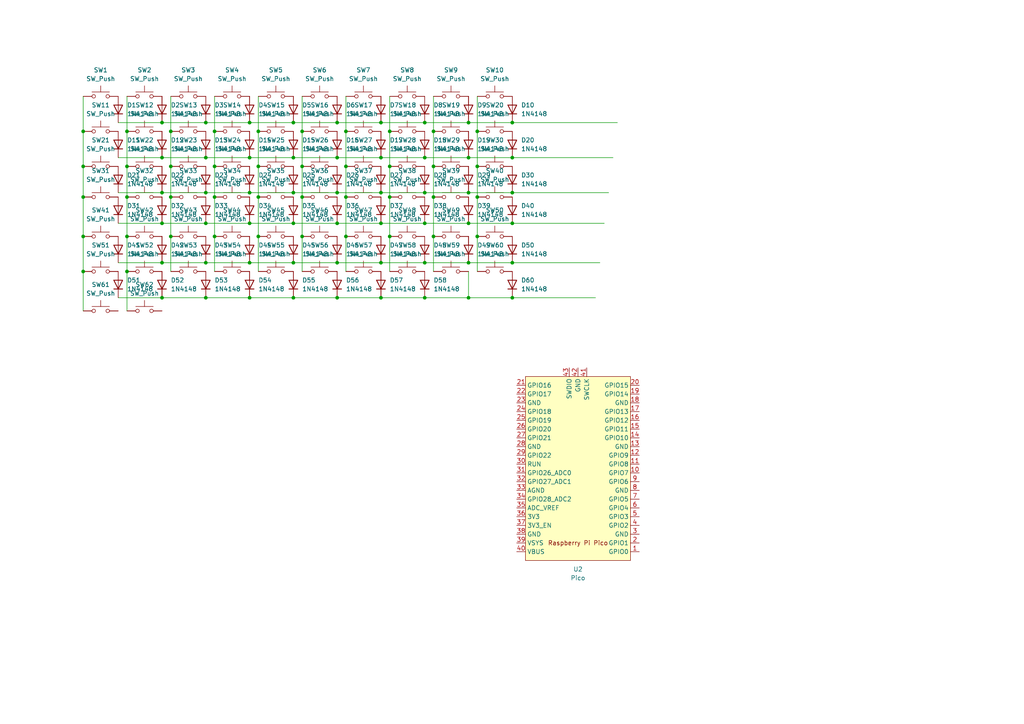
<source format=kicad_sch>
(kicad_sch (version 20250114) (generator "eeschema") (generator_version "9.0")
  (paper "A4")
  (junction (at 24.13 48.26))
  (junction (at 85.09 86.36))
  (junction (at 100.33 38.1))
  (junction (at 123.19 45.72))
  (junction (at 97.79 86.36))
  (junction (at 49.53 38.1))
  (junction (at 113.03 38.1))
  (junction (at 85.09 45.72))
  (junction (at 72.39 35.56))
  (junction (at 110.49 86.36))
  (junction (at 100.33 48.26))
  (junction (at 148.59 76.2))
  (junction (at 113.03 48.26))
  (junction (at 110.49 35.56))
  (junction (at 123.19 86.36))
  (junction (at 123.19 35.56))
  (junction (at 113.03 57.15))
  (junction (at 125.73 68.58))
  (junction (at 24.13 68.58))
  (junction (at 110.49 45.72))
  (junction (at 110.49 64.77))
  (junction (at 59.69 64.77))
  (junction (at 72.39 86.36))
  (junction (at 135.89 64.77))
  (junction (at 135.89 76.2))
  (junction (at 46.99 35.56))
  (junction (at 24.13 78.74))
  (junction (at 46.99 76.2))
  (junction (at 135.89 45.72))
  (junction (at 62.23 68.58))
  (junction (at 135.89 86.36))
  (junction (at 100.33 57.15))
  (junction (at 148.59 86.36))
  (junction (at 148.59 55.88))
  (junction (at 148.59 45.72))
  (junction (at 97.79 76.2))
  (junction (at 24.13 57.15))
  (junction (at 49.53 57.15))
  (junction (at 46.99 64.77))
  (junction (at 87.63 48.26))
  (junction (at 125.73 48.26))
  (junction (at 85.09 64.77))
  (junction (at 123.19 76.2))
  (junction (at 59.69 86.36))
  (junction (at 72.39 76.2))
  (junction (at 148.59 64.77))
  (junction (at 72.39 64.77))
  (junction (at 72.39 45.72))
  (junction (at 125.73 38.1))
  (junction (at 74.93 38.1))
  (junction (at 110.49 76.2))
  (junction (at 36.83 78.74))
  (junction (at 46.99 86.36))
  (junction (at 100.33 68.58))
  (junction (at 49.53 48.26))
  (junction (at 87.63 68.58))
  (junction (at 74.93 57.15))
  (junction (at 138.43 48.26))
  (junction (at 138.43 68.58))
  (junction (at 148.59 35.56))
  (junction (at 123.19 55.88))
  (junction (at 97.79 64.77))
  (junction (at 97.79 35.56))
  (junction (at 85.09 76.2))
  (junction (at 62.23 38.1))
  (junction (at 59.69 35.56))
  (junction (at 36.83 68.58))
  (junction (at 49.53 68.58))
  (junction (at 74.93 68.58))
  (junction (at 59.69 76.2))
  (junction (at 36.83 38.1))
  (junction (at 97.79 55.88))
  (junction (at 74.93 48.26))
  (junction (at 87.63 57.15))
  (junction (at 62.23 48.26))
  (junction (at 46.99 45.72))
  (junction (at 125.73 57.15))
  (junction (at 24.13 38.1))
  (junction (at 123.19 64.77))
  (junction (at 135.89 35.56))
  (junction (at 110.49 55.88))
  (junction (at 59.69 55.88))
  (junction (at 87.63 38.1))
  (junction (at 85.09 55.88))
  (junction (at 97.79 45.72))
  (junction (at 138.43 57.15))
  (junction (at 59.69 45.72))
  (junction (at 36.83 57.15))
  (junction (at 46.99 55.88))
  (junction (at 72.39 55.88))
  (junction (at 85.09 35.56))
  (junction (at 36.83 48.26))
  (junction (at 135.89 55.88))
  (junction (at 62.23 57.15))
  (junction (at 113.03 68.58))
  (junction (at 138.43 38.1))
  (wire (pts (xy 125.73 27.94) (xy 125.73 38.1)))
  (wire (pts (xy 36.83 27.94) (xy 36.83 38.1)))
  (wire (pts (xy 74.93 57.15) (xy 74.93 68.58)))
  (wire (pts (xy 87.63 38.1) (xy 87.63 48.26)))
  (wire (pts (xy 72.39 64.77) (xy 85.09 64.77)))
  (wire (pts (xy 24.13 27.94) (xy 24.13 38.1)))
  (wire (pts (xy 113.03 68.58) (xy 113.03 78.74)))
  (wire (pts (xy 24.13 48.26) (xy 24.13 57.15)))
  (wire (pts (xy 46.99 45.72) (xy 59.69 45.72)))
  (wire (pts (xy 85.09 64.77) (xy 97.79 64.77)))
  (wire (pts (xy 97.79 76.2) (xy 110.49 76.2)))
  (wire (pts (xy 100.33 48.26) (xy 100.33 57.15)))
  (wire (pts (xy 62.23 57.15) (xy 62.23 68.58)))
  (wire (pts (xy 62.23 27.94) (xy 62.23 38.1)))
  (wire (pts (xy 110.49 86.36) (xy 123.19 86.36)))
  (wire (pts (xy 34.29 55.88) (xy 46.99 55.88)))
  (wire (pts (xy 49.53 68.58) (xy 49.53 78.74)))
  (wire (pts (xy 46.99 55.88) (xy 59.69 55.88)))
  (wire (pts (xy 85.09 86.36) (xy 97.79 86.36)))
  (wire (pts (xy 97.79 45.72) (xy 110.49 45.72)))
  (wire (pts (xy 72.39 35.56) (xy 85.09 35.56)))
  (wire (pts (xy 138.43 57.15) (xy 138.43 68.58)))
  (wire (pts (xy 135.89 55.88) (xy 148.59 55.88)))
  (wire (pts (xy 62.23 48.26) (xy 62.23 57.15)))
  (wire (pts (xy 123.19 55.88) (xy 135.89 55.88)))
  (wire (pts (xy 72.39 76.2) (xy 85.09 76.2)))
  (wire (pts (xy 59.69 86.36) (xy 72.39 86.36)))
  (wire (pts (xy 110.49 45.72) (xy 123.19 45.72)))
  (wire (pts (xy 72.39 45.72) (xy 85.09 45.72)))
  (wire (pts (xy 36.83 68.58) (xy 36.83 78.74)))
  (wire (pts (xy 138.43 27.94) (xy 138.43 38.1)))
  (wire (pts (xy 97.79 55.88) (xy 110.49 55.88)))
  (wire (pts (xy 59.69 76.2) (xy 72.39 76.2)))
  (wire (pts (xy 59.69 35.56) (xy 72.39 35.56)))
  (wire (pts (xy 87.63 68.58) (xy 87.63 78.74)))
  (wire (pts (xy 74.93 68.58) (xy 74.93 78.74)))
  (wire (pts (xy 148.59 76.2) (xy 173.99 76.2)))
  (wire (pts (xy 24.13 68.58) (xy 24.13 78.74)))
  (wire (pts (xy 148.59 64.77) (xy 175.26 64.77)))
  (wire (pts (xy 49.53 48.26) (xy 49.53 57.15)))
  (wire (pts (xy 62.23 68.58) (xy 62.23 78.74)))
  (wire (pts (xy 87.63 57.15) (xy 87.63 68.58)))
  (wire (pts (xy 62.23 38.1) (xy 62.23 48.26)))
  (wire (pts (xy 138.43 68.58) (xy 138.43 78.74)))
  (wire (pts (xy 125.73 68.58) (xy 125.73 78.74)))
  (wire (pts (xy 123.19 45.72) (xy 135.89 45.72)))
  (wire (pts (xy 135.89 86.36) (xy 148.59 86.36)))
  (wire (pts (xy 138.43 38.1) (xy 138.43 48.26)))
  (wire (pts (xy 123.19 86.36) (xy 135.89 86.36)))
  (wire (pts (xy 85.09 35.56) (xy 97.79 35.56)))
  (wire (pts (xy 49.53 57.15) (xy 49.53 68.58)))
  (wire (pts (xy 135.89 64.77) (xy 148.59 64.77)))
  (wire (pts (xy 100.33 27.94) (xy 100.33 38.1)))
  (wire (pts (xy 110.49 55.88) (xy 123.19 55.88)))
  (wire (pts (xy 135.89 86.36) (xy 135.89 78.74)))
  (wire (pts (xy 46.99 86.36) (xy 59.69 86.36)))
  (wire (pts (xy 100.33 57.15) (xy 100.33 68.58)))
  (wire (pts (xy 87.63 48.26) (xy 87.63 57.15)))
  (wire (pts (xy 49.53 38.1) (xy 49.53 48.26)))
  (wire (pts (xy 123.19 76.2) (xy 135.89 76.2)))
  (wire (pts (xy 148.59 55.88) (xy 176.53 55.88)))
  (wire (pts (xy 97.79 35.56) (xy 110.49 35.56)))
  (wire (pts (xy 59.69 45.72) (xy 72.39 45.72)))
  (wire (pts (xy 59.69 64.77) (xy 72.39 64.77)))
  (wire (pts (xy 74.93 27.94) (xy 74.93 38.1)))
  (wire (pts (xy 97.79 64.77) (xy 110.49 64.77)))
  (wire (pts (xy 34.29 35.56) (xy 46.99 35.56)))
  (wire (pts (xy 24.13 38.1) (xy 24.13 48.26)))
  (wire (pts (xy 100.33 68.58) (xy 100.33 78.74)))
  (wire (pts (xy 36.83 78.74) (xy 36.83 90.17)))
  (wire (pts (xy 113.03 38.1) (xy 113.03 48.26)))
  (wire (pts (xy 125.73 38.1) (xy 125.73 48.26)))
  (wire (pts (xy 148.59 86.36) (xy 172.72 86.36)))
  (wire (pts (xy 36.83 57.15) (xy 36.83 68.58)))
  (wire (pts (xy 46.99 35.56) (xy 59.69 35.56)))
  (wire (pts (xy 49.53 27.94) (xy 49.53 38.1)))
  (wire (pts (xy 85.09 76.2) (xy 97.79 76.2)))
  (wire (pts (xy 34.29 64.77) (xy 46.99 64.77)))
  (wire (pts (xy 36.83 48.26) (xy 36.83 57.15)))
  (wire (pts (xy 125.73 57.15) (xy 125.73 68.58)))
  (wire (pts (xy 113.03 57.15) (xy 113.03 68.58)))
  (wire (pts (xy 74.93 38.1) (xy 74.93 48.26)))
  (wire (pts (xy 110.49 64.77) (xy 123.19 64.77)))
  (wire (pts (xy 24.13 78.74) (xy 24.13 90.17)))
  (wire (pts (xy 97.79 86.36) (xy 110.49 86.36)))
  (wire (pts (xy 113.03 48.26) (xy 113.03 57.15)))
  (wire (pts (xy 125.73 48.26) (xy 125.73 57.15)))
  (wire (pts (xy 46.99 76.2) (xy 59.69 76.2)))
  (wire (pts (xy 135.89 76.2) (xy 148.59 76.2)))
  (wire (pts (xy 34.29 86.36) (xy 46.99 86.36)))
  (wire (pts (xy 36.83 38.1) (xy 36.83 48.26)))
  (wire (pts (xy 113.03 27.94) (xy 113.03 38.1)))
  (wire (pts (xy 72.39 86.36) (xy 85.09 86.36)))
  (wire (pts (xy 85.09 45.72) (xy 97.79 45.72)))
  (wire (pts (xy 135.89 35.56) (xy 148.59 35.56)))
  (wire (pts (xy 110.49 35.56) (xy 123.19 35.56)))
  (wire (pts (xy 148.59 45.72) (xy 177.8 45.72)))
  (wire (pts (xy 123.19 64.77) (xy 135.89 64.77)))
  (wire (pts (xy 34.29 45.72) (xy 46.99 45.72)))
  (wire (pts (xy 24.13 57.15) (xy 24.13 68.58)))
  (wire (pts (xy 100.33 38.1) (xy 100.33 48.26)))
  (wire (pts (xy 135.89 45.72) (xy 148.59 45.72)))
  (wire (pts (xy 123.19 35.56) (xy 135.89 35.56)))
  (wire (pts (xy 34.29 76.2) (xy 46.99 76.2)))
  (wire (pts (xy 85.09 55.88) (xy 97.79 55.88)))
  (wire (pts (xy 87.63 27.94) (xy 87.63 38.1)))
  (wire (pts (xy 72.39 55.88) (xy 85.09 55.88)))
  (wire (pts (xy 59.69 55.88) (xy 72.39 55.88)))
  (wire (pts (xy 148.59 35.56) (xy 179.07 35.56)))
  (wire (pts (xy 46.99 64.77) (xy 59.69 64.77)))
  (wire (pts (xy 74.93 48.26) (xy 74.93 57.15)))
  (wire (pts (xy 138.43 48.26) (xy 138.43 57.15)))
  (wire (pts (xy 110.49 76.2) (xy 123.19 76.2)))
  (symbol (lib_id "Diode:1N4148") (at 123.19 41.91 90) (unit 1)
    (property "Reference" "D18" (at 125.73 40.6399 90) (effects (justify right)))
    (property "Value" "1N4148" (at 125.73 43.1799 90) (effects (justify right)))
    (property "Footprint" "Diode_THT:D_DO-35_SOD27_P7.62mm_Horizontal" (effects (hide yes)))
    (property "Datasheet" "https://assets.nexperia.com/documents/data-sheet/1N4148_1N4448.pdf" (effects (hide yes)))
    (property "Description" "100V 0.15A standard switching diode, DO-35" (effects (hide yes)))
    (property "Sim.Device" "D" (effects (hide yes)))
    (property "Sim.Pins" "1=K 2=A" (effects (hide yes)))
  )
  (symbol (lib_id "Diode:1N4148") (at 135.89 52.07 90) (unit 1)
    (property "Reference" "D29" (at 138.43 50.7999 90) (effects (justify right)))
    (property "Value" "1N4148" (at 138.43 53.3399 90) (effects (justify right)))
    (property "Footprint" "Diode_THT:D_DO-35_SOD27_P7.62mm_Horizontal" (effects (hide yes)))
    (property "Datasheet" "https://assets.nexperia.com/documents/data-sheet/1N4148_1N4448.pdf" (effects (hide yes)))
    (property "Description" "100V 0.15A standard switching diode, DO-35" (effects (hide yes)))
    (property "Sim.Device" "D" (effects (hide yes)))
    (property "Sim.Pins" "1=K 2=A" (effects (hide yes)))
  )
  (symbol (lib_id "Switch:SW_Push") (at 54.61 38.1 0) (unit 1)
    (property "Reference" "SW13" (at 54.61 30.48 0))
    (property "Value" "SW_Push" (at 54.61 33.02 0))
    (property "Footprint" "Button_Switch_Keyboard:SW_Cherry_MX_1.00u_PCB" (effects (hide yes)))
    (property "Description" "Push button switch, generic, two pins" (effects (hide yes)))
  )
  (symbol (lib_id "Diode:1N4148") (at 59.69 31.75 90) (unit 1)
    (property "Reference" "D3" (at 62.23 30.4799 90) (effects (justify right)))
    (property "Value" "1N4148" (at 62.23 33.0199 90) (effects (justify right)))
    (property "Footprint" "Diode_THT:D_DO-35_SOD27_P7.62mm_Horizontal" (effects (hide yes)))
    (property "Datasheet" "https://assets.nexperia.com/documents/data-sheet/1N4148_1N4448.pdf" (effects (hide yes)))
    (property "Description" "100V 0.15A standard switching diode, DO-35" (effects (hide yes)))
    (property "Sim.Device" "D" (effects (hide yes)))
    (property "Sim.Pins" "1=K 2=A" (effects (hide yes)))
  )
  (symbol (lib_id "Diode:1N4148") (at 85.09 41.91 90) (unit 1)
    (property "Reference" "D15" (at 87.63 40.6399 90) (effects (justify right)))
    (property "Value" "1N4148" (at 87.63 43.1799 90) (effects (justify right)))
    (property "Footprint" "Diode_THT:D_DO-35_SOD27_P7.62mm_Horizontal" (effects (hide yes)))
    (property "Datasheet" "https://assets.nexperia.com/documents/data-sheet/1N4148_1N4448.pdf" (effects (hide yes)))
    (property "Description" "100V 0.15A standard switching diode, DO-35" (effects (hide yes)))
    (property "Sim.Device" "D" (effects (hide yes)))
    (property "Sim.Pins" "1=K 2=A" (effects (hide yes)))
  )
  (symbol (lib_id "Switch:SW_Push") (at 80.01 38.1 0) (unit 1)
    (property "Reference" "SW15" (at 80.01 30.48 0))
    (property "Value" "SW_Push" (at 80.01 33.02 0))
    (property "Footprint" "Button_Switch_Keyboard:SW_Cherry_MX_1.00u_PCB" (effects (hide yes)))
    (property "Description" "Push button switch, generic, two pins" (effects (hide yes)))
  )
  (symbol (lib_id "Switch:SW_Push") (at 143.51 38.1 0) (unit 1)
    (property "Reference" "SW20" (at 143.51 30.48 0))
    (property "Value" "SW_Push" (at 143.51 33.02 0))
    (property "Footprint" "Button_Switch_Keyboard:SW_Cherry_MX_1.00u_PCB" (effects (hide yes)))
    (property "Description" "Push button switch, generic, two pins" (effects (hide yes)))
  )
  (symbol (lib_id "Diode:1N4148") (at 59.69 60.96 90) (unit 1)
    (property "Reference" "D33" (at 62.23 59.6899 90) (effects (justify right)))
    (property "Value" "1N4148" (at 62.23 62.2299 90) (effects (justify right)))
    (property "Footprint" "Diode_THT:D_DO-35_SOD27_P7.62mm_Horizontal" (effects (hide yes)))
    (property "Datasheet" "https://assets.nexperia.com/documents/data-sheet/1N4148_1N4448.pdf" (effects (hide yes)))
    (property "Description" "100V 0.15A standard switching diode, DO-35" (effects (hide yes)))
    (property "Sim.Device" "D" (effects (hide yes)))
    (property "Sim.Pins" "1=K 2=A" (effects (hide yes)))
  )
  (symbol (lib_id "Switch:SW_Push") (at 118.11 78.74 0) (unit 1)
    (property "Reference" "SW58" (at 118.11 71.12 0))
    (property "Value" "SW_Push" (at 118.11 73.66 0))
    (property "Footprint" "Button_Switch_Keyboard:SW_Cherry_MX_1.00u_PCB" (effects (hide yes)))
    (property "Description" "Push button switch, generic, two pins" (effects (hide yes)))
  )
  (symbol (lib_id "Diode:1N4148") (at 148.59 60.96 90) (unit 1)
    (property "Reference" "D40" (at 151.13 59.6899 90) (effects (justify right)))
    (property "Value" "1N4148" (at 151.13 62.2299 90) (effects (justify right)))
    (property "Footprint" "Diode_THT:D_DO-35_SOD27_P7.62mm_Horizontal" (effects (hide yes)))
    (property "Datasheet" "https://assets.nexperia.com/documents/data-sheet/1N4148_1N4448.pdf" (effects (hide yes)))
    (property "Description" "100V 0.15A standard switching diode, DO-35" (effects (hide yes)))
    (property "Sim.Device" "D" (effects (hide yes)))
    (property "Sim.Pins" "1=K 2=A" (effects (hide yes)))
  )
  (symbol (lib_id "Diode:1N4148") (at 97.79 31.75 90) (unit 1)
    (property "Reference" "D6" (at 100.33 30.4799 90) (effects (justify right)))
    (property "Value" "1N4148" (at 100.33 33.0199 90) (effects (justify right)))
    (property "Footprint" "Diode_THT:D_DO-35_SOD27_P7.62mm_Horizontal" (effects (hide yes)))
    (property "Datasheet" "https://assets.nexperia.com/documents/data-sheet/1N4148_1N4448.pdf" (effects (hide yes)))
    (property "Description" "100V 0.15A standard switching diode, DO-35" (effects (hide yes)))
    (property "Sim.Device" "D" (effects (hide yes)))
    (property "Sim.Pins" "1=K 2=A" (effects (hide yes)))
  )
  (symbol (lib_id "Switch:SW_Push") (at 29.21 57.15 0) (unit 1)
    (property "Reference" "SW31" (at 29.21 49.53 0))
    (property "Value" "SW_Push" (at 29.21 52.07 0))
    (property "Footprint" "Button_Switch_Keyboard:SW_Cherry_MX_1.00u_PCB" (effects (hide yes)))
    (property "Description" "Push button switch, generic, two pins" (effects (hide yes)))
  )
  (symbol (lib_id "Diode:1N4148") (at 59.69 72.39 90) (unit 1)
    (property "Reference" "D43" (at 62.23 71.1199 90) (effects (justify right)))
    (property "Value" "1N4148" (at 62.23 73.6599 90) (effects (justify right)))
    (property "Footprint" "Diode_THT:D_DO-35_SOD27_P7.62mm_Horizontal" (effects (hide yes)))
    (property "Datasheet" "https://assets.nexperia.com/documents/data-sheet/1N4148_1N4448.pdf" (effects (hide yes)))
    (property "Description" "100V 0.15A standard switching diode, DO-35" (effects (hide yes)))
    (property "Sim.Device" "D" (effects (hide yes)))
    (property "Sim.Pins" "1=K 2=A" (effects (hide yes)))
  )
  (symbol (lib_id "Switch:SW_Push") (at 41.91 57.15 0) (unit 1)
    (property "Reference" "SW32" (at 41.91 49.53 0))
    (property "Value" "SW_Push" (at 41.91 52.07 0))
    (property "Footprint" "Button_Switch_Keyboard:SW_Cherry_MX_1.00u_PCB" (effects (hide yes)))
    (property "Description" "Push button switch, generic, two pins" (effects (hide yes)))
  )
  (symbol (lib_id "Switch:SW_Push") (at 118.11 48.26 0) (unit 1)
    (property "Reference" "SW28" (at 118.11 40.64 0))
    (property "Value" "SW_Push" (at 118.11 43.18 0))
    (property "Footprint" "Button_Switch_Keyboard:SW_Cherry_MX_1.00u_PCB" (effects (hide yes)))
    (property "Description" "Push button switch, generic, two pins" (effects (hide yes)))
  )
  (symbol (lib_id "Diode:1N4148") (at 135.89 41.91 90) (unit 1)
    (property "Reference" "D19" (at 138.43 40.6399 90) (effects (justify right)))
    (property "Value" "1N4148" (at 138.43 43.1799 90) (effects (justify right)))
    (property "Footprint" "Diode_THT:D_DO-35_SOD27_P7.62mm_Horizontal" (effects (hide yes)))
    (property "Datasheet" "https://assets.nexperia.com/documents/data-sheet/1N4148_1N4448.pdf" (effects (hide yes)))
    (property "Description" "100V 0.15A standard switching diode, DO-35" (effects (hide yes)))
    (property "Sim.Device" "D" (effects (hide yes)))
    (property "Sim.Pins" "1=K 2=A" (effects (hide yes)))
  )
  (symbol (lib_id "Switch:SW_Push") (at 41.91 48.26 0) (unit 1)
    (property "Reference" "SW22" (at 41.91 40.64 0))
    (property "Value" "SW_Push" (at 41.91 43.18 0))
    (property "Footprint" "Button_Switch_Keyboard:SW_Cherry_MX_1.00u_PCB" (effects (hide yes)))
    (property "Description" "Push button switch, generic, two pins" (effects (hide yes)))
  )
  (symbol (lib_id "Switch:SW_Push") (at 41.91 27.94 0) (unit 1)
    (property "Reference" "SW2" (at 41.91 20.32 0))
    (property "Value" "SW_Push" (at 41.91 22.86 0))
    (property "Footprint" "Button_Switch_Keyboard:SW_Cherry_MX_1.00u_PCB" (effects (hide yes)))
    (property "Description" "Push button switch, generic, two pins" (effects (hide yes)))
  )
  (symbol (lib_id "Diode:1N4148") (at 59.69 82.55 90) (unit 1)
    (property "Reference" "D53" (at 62.23 81.2799 90) (effects (justify right)))
    (property "Value" "1N4148" (at 62.23 83.8199 90) (effects (justify right)))
    (property "Footprint" "Diode_THT:D_DO-35_SOD27_P7.62mm_Horizontal" (effects (hide yes)))
    (property "Datasheet" "https://assets.nexperia.com/documents/data-sheet/1N4148_1N4448.pdf" (effects (hide yes)))
    (property "Description" "100V 0.15A standard switching diode, DO-35" (effects (hide yes)))
    (property "Sim.Device" "D" (effects (hide yes)))
    (property "Sim.Pins" "1=K 2=A" (effects (hide yes)))
  )
  (symbol (lib_id "Switch:SW_Push") (at 80.01 48.26 0) (unit 1)
    (property "Reference" "SW25" (at 80.01 40.64 0))
    (property "Value" "SW_Push" (at 80.01 43.18 0))
    (property "Footprint" "Button_Switch_Keyboard:SW_Cherry_MX_1.00u_PCB" (effects (hide yes)))
    (property "Description" "Push button switch, generic, two pins" (effects (hide yes)))
  )
  (symbol (lib_id "Switch:SW_Push") (at 67.31 78.74 0) (unit 1)
    (property "Reference" "SW54" (at 67.31 71.12 0))
    (property "Value" "SW_Push" (at 67.31 73.66 0))
    (property "Footprint" "Button_Switch_Keyboard:SW_Cherry_MX_1.00u_PCB" (effects (hide yes)))
    (property "Description" "Push button switch, generic, two pins" (effects (hide yes)))
  )
  (symbol (lib_id "Switch:SW_Push") (at 118.11 68.58 0) (unit 1)
    (property "Reference" "SW48" (at 118.11 60.96 0))
    (property "Value" "SW_Push" (at 118.11 63.5 0))
    (property "Footprint" "Button_Switch_Keyboard:SW_Cherry_MX_1.00u_PCB" (effects (hide yes)))
    (property "Description" "Push button switch, generic, two pins" (effects (hide yes)))
  )
  (symbol (lib_id "Switch:SW_Push") (at 105.41 27.94 0) (unit 1)
    (property "Reference" "SW7" (at 105.41 20.32 0))
    (property "Value" "SW_Push" (at 105.41 22.86 0))
    (property "Footprint" "Button_Switch_Keyboard:SW_Cherry_MX_1.00u_PCB" (effects (hide yes)))
    (property "Description" "Push button switch, generic, two pins" (effects (hide yes)))
  )
  (symbol (lib_id "Diode:1N4148") (at 135.89 31.75 90) (unit 1)
    (property "Reference" "D9" (at 138.43 30.4799 90) (effects (justify right)))
    (property "Value" "1N4148" (at 138.43 33.0199 90) (effects (justify right)))
    (property "Footprint" "Diode_THT:D_DO-35_SOD27_P7.62mm_Horizontal" (effects (hide yes)))
    (property "Datasheet" "https://assets.nexperia.com/documents/data-sheet/1N4148_1N4448.pdf" (effects (hide yes)))
    (property "Description" "100V 0.15A standard switching diode, DO-35" (effects (hide yes)))
    (property "Sim.Device" "D" (effects (hide yes)))
    (property "Sim.Pins" "1=K 2=A" (effects (hide yes)))
  )
  (symbol (lib_id "Diode:1N4148") (at 135.89 72.39 90) (unit 1)
    (property "Reference" "D49" (at 138.43 71.1199 90) (effects (justify right)))
    (property "Value" "1N4148" (at 138.43 73.6599 90) (effects (justify right)))
    (property "Footprint" "Diode_THT:D_DO-35_SOD27_P7.62mm_Horizontal" (effects (hide yes)))
    (property "Datasheet" "https://assets.nexperia.com/documents/data-sheet/1N4148_1N4448.pdf" (effects (hide yes)))
    (property "Description" "100V 0.15A standard switching diode, DO-35" (effects (hide yes)))
    (property "Sim.Device" "D" (effects (hide yes)))
    (property "Sim.Pins" "1=K 2=A" (effects (hide yes)))
  )
  (symbol (lib_id "Switch:SW_Push") (at 67.31 27.94 0) (unit 1)
    (property "Reference" "SW4" (at 67.31 20.32 0))
    (property "Value" "SW_Push" (at 67.31 22.86 0))
    (property "Footprint" "Button_Switch_Keyboard:SW_Cherry_MX_1.00u_PCB" (effects (hide yes)))
    (property "Description" "Push button switch, generic, two pins" (effects (hide yes)))
  )
  (symbol (lib_id "Diode:1N4148") (at 110.49 31.75 90) (unit 1)
    (property "Reference" "D7" (at 113.03 30.4799 90) (effects (justify right)))
    (property "Value" "1N4148" (at 113.03 33.0199 90) (effects (justify right)))
    (property "Footprint" "Diode_THT:D_DO-35_SOD27_P7.62mm_Horizontal" (effects (hide yes)))
    (property "Datasheet" "https://assets.nexperia.com/documents/data-sheet/1N4148_1N4448.pdf" (effects (hide yes)))
    (property "Description" "100V 0.15A standard switching diode, DO-35" (effects (hide yes)))
    (property "Sim.Device" "D" (effects (hide yes)))
    (property "Sim.Pins" "1=K 2=A" (effects (hide yes)))
  )
  (symbol (lib_id "Diode:1N4148") (at 97.79 82.55 90) (unit 1)
    (property "Reference" "D56" (at 100.33 81.2799 90) (effects (justify right)))
    (property "Value" "1N4148" (at 100.33 83.8199 90) (effects (justify right)))
    (property "Footprint" "Diode_THT:D_DO-35_SOD27_P7.62mm_Horizontal" (effects (hide yes)))
    (property "Datasheet" "https://assets.nexperia.com/documents/data-sheet/1N4148_1N4448.pdf" (effects (hide yes)))
    (property "Description" "100V 0.15A standard switching diode, DO-35" (effects (hide yes)))
    (property "Sim.Device" "D" (effects (hide yes)))
    (property "Sim.Pins" "1=K 2=A" (effects (hide yes)))
  )
  (symbol (lib_id "Diode:1N4148") (at 123.19 60.96 90) (unit 1)
    (property "Reference" "D38" (at 125.73 59.6899 90) (effects (justify right)))
    (property "Value" "1N4148" (at 125.73 62.2299 90) (effects (justify right)))
    (property "Footprint" "Diode_THT:D_DO-35_SOD27_P7.62mm_Horizontal" (effects (hide yes)))
    (property "Datasheet" "https://assets.nexperia.com/documents/data-sheet/1N4148_1N4448.pdf" (effects (hide yes)))
    (property "Description" "100V 0.15A standard switching diode, DO-35" (effects (hide yes)))
    (property "Sim.Device" "D" (effects (hide yes)))
    (property "Sim.Pins" "1=K 2=A" (effects (hide yes)))
  )
  (symbol (lib_id "Diode:1N4148") (at 46.99 41.91 90) (unit 1)
    (property "Reference" "D12" (at 49.53 40.6399 90) (effects (justify right)))
    (property "Value" "1N4148" (at 49.53 43.1799 90) (effects (justify right)))
    (property "Footprint" "Diode_THT:D_DO-35_SOD27_P7.62mm_Horizontal" (effects (hide yes)))
    (property "Datasheet" "https://assets.nexperia.com/documents/data-sheet/1N4148_1N4448.pdf" (effects (hide yes)))
    (property "Description" "100V 0.15A standard switching diode, DO-35" (effects (hide yes)))
    (property "Sim.Device" "D" (effects (hide yes)))
    (property "Sim.Pins" "1=K 2=A" (effects (hide yes)))
  )
  (symbol (lib_id "Switch:SW_Push") (at 105.41 78.74 0) (unit 1)
    (property "Reference" "SW57" (at 105.41 71.12 0))
    (property "Value" "SW_Push" (at 105.41 73.66 0))
    (property "Footprint" "Button_Switch_Keyboard:SW_Cherry_MX_1.00u_PCB" (effects (hide yes)))
    (property "Description" "Push button switch, generic, two pins" (effects (hide yes)))
  )
  (symbol (lib_id "Diode:1N4148") (at 46.99 60.96 90) (unit 1)
    (property "Reference" "D32" (at 49.53 59.6899 90) (effects (justify right)))
    (property "Value" "1N4148" (at 49.53 62.2299 90) (effects (justify right)))
    (property "Footprint" "Diode_THT:D_DO-35_SOD27_P7.62mm_Horizontal" (effects (hide yes)))
    (property "Datasheet" "https://assets.nexperia.com/documents/data-sheet/1N4148_1N4448.pdf" (effects (hide yes)))
    (property "Description" "100V 0.15A standard switching diode, DO-35" (effects (hide yes)))
    (property "Sim.Device" "D" (effects (hide yes)))
    (property "Sim.Pins" "1=K 2=A" (effects (hide yes)))
  )
  (symbol (lib_id "Diode:1N4148") (at 148.59 41.91 90) (unit 1)
    (property "Reference" "D20" (at 151.13 40.6399 90) (effects (justify right)))
    (property "Value" "1N4148" (at 151.13 43.1799 90) (effects (justify right)))
    (property "Footprint" "Diode_THT:D_DO-35_SOD27_P7.62mm_Horizontal" (effects (hide yes)))
    (property "Datasheet" "https://assets.nexperia.com/documents/data-sheet/1N4148_1N4448.pdf" (effects (hide yes)))
    (property "Description" "100V 0.15A standard switching diode, DO-35" (effects (hide yes)))
    (property "Sim.Device" "D" (effects (hide yes)))
    (property "Sim.Pins" "1=K 2=A" (effects (hide yes)))
  )
  (symbol (lib_id "Diode:1N4148") (at 72.39 41.91 90) (unit 1)
    (property "Reference" "D14" (at 74.93 40.6399 90) (effects (justify right)))
    (property "Value" "1N4148" (at 74.93 43.1799 90) (effects (justify right)))
    (property "Footprint" "Diode_THT:D_DO-35_SOD27_P7.62mm_Horizontal" (effects (hide yes)))
    (property "Datasheet" "https://assets.nexperia.com/documents/data-sheet/1N4148_1N4448.pdf" (effects (hide yes)))
    (property "Description" "100V 0.15A standard switching diode, DO-35" (effects (hide yes)))
    (property "Sim.Device" "D" (effects (hide yes)))
    (property "Sim.Pins" "1=K 2=A" (effects (hide yes)))
  )
  (symbol (lib_id "Switch:SW_Push") (at 143.51 57.15 0) (unit 1)
    (property "Reference" "SW40" (at 143.51 49.53 0))
    (property "Value" "SW_Push" (at 143.51 52.07 0))
    (property "Footprint" "Button_Switch_Keyboard:SW_Cherry_MX_1.00u_PCB" (effects (hide yes)))
    (property "Description" "Push button switch, generic, two pins" (effects (hide yes)))
  )
  (symbol (lib_id "Switch:SW_Push") (at 41.91 78.74 0) (unit 1)
    (property "Reference" "SW52" (at 41.91 71.12 0))
    (property "Value" "SW_Push" (at 41.91 73.66 0))
    (property "Footprint" "Button_Switch_Keyboard:SW_Cherry_MX_1.00u_PCB" (effects (hide yes)))
    (property "Description" "Push button switch, generic, two pins" (effects (hide yes)))
  )
  (symbol (lib_id "Diode:1N4148") (at 123.19 82.55 90) (unit 1)
    (property "Reference" "D58" (at 125.73 81.2799 90) (effects (justify right)))
    (property "Value" "1N4148" (at 125.73 83.8199 90) (effects (justify right)))
    (property "Footprint" "Diode_THT:D_DO-35_SOD27_P7.62mm_Horizontal" (effects (hide yes)))
    (property "Datasheet" "https://assets.nexperia.com/documents/data-sheet/1N4148_1N4448.pdf" (effects (hide yes)))
    (property "Description" "100V 0.15A standard switching diode, DO-35" (effects (hide yes)))
    (property "Sim.Device" "D" (effects (hide yes)))
    (property "Sim.Pins" "1=K 2=A" (effects (hide yes)))
  )
  (symbol (lib_id "Diode:1N4148") (at 85.09 52.07 90) (unit 1)
    (property "Reference" "D25" (at 87.63 50.7999 90) (effects (justify right)))
    (property "Value" "1N4148" (at 87.63 53.3399 90) (effects (justify right)))
    (property "Footprint" "Diode_THT:D_DO-35_SOD27_P7.62mm_Horizontal" (effects (hide yes)))
    (property "Datasheet" "https://assets.nexperia.com/documents/data-sheet/1N4148_1N4448.pdf" (effects (hide yes)))
    (property "Description" "100V 0.15A standard switching diode, DO-35" (effects (hide yes)))
    (property "Sim.Device" "D" (effects (hide yes)))
    (property "Sim.Pins" "1=K 2=A" (effects (hide yes)))
  )
  (symbol (lib_id "Switch:SW_Push") (at 130.81 48.26 0) (unit 1)
    (property "Reference" "SW29" (at 130.81 40.64 0))
    (property "Value" "SW_Push" (at 130.81 43.18 0))
    (property "Footprint" "Button_Switch_Keyboard:SW_Cherry_MX_1.00u_PCB" (effects (hide yes)))
    (property "Description" "Push button switch, generic, two pins" (effects (hide yes)))
  )
  (symbol (lib_id "Switch:SW_Push") (at 92.71 78.74 0) (unit 1)
    (property "Reference" "SW56" (at 92.71 71.12 0))
    (property "Value" "SW_Push" (at 92.71 73.66 0))
    (property "Footprint" "Button_Switch_Keyboard:SW_Cherry_MX_1.00u_PCB" (effects (hide yes)))
    (property "Description" "Push button switch, generic, two pins" (effects (hide yes)))
  )
  (symbol (lib_id "Diode:1N4148") (at 97.79 60.96 90) (unit 1)
    (property "Reference" "D36" (at 100.33 59.6899 90) (effects (justify right)))
    (property "Value" "1N4148" (at 100.33 62.2299 90) (effects (justify right)))
    (property "Footprint" "Diode_THT:D_DO-35_SOD27_P7.62mm_Horizontal" (effects (hide yes)))
    (property "Datasheet" "https://assets.nexperia.com/documents/data-sheet/1N4148_1N4448.pdf" (effects (hide yes)))
    (property "Description" "100V 0.15A standard switching diode, DO-35" (effects (hide yes)))
    (property "Sim.Device" "D" (effects (hide yes)))
    (property "Sim.Pins" "1=K 2=A" (effects (hide yes)))
  )
  (symbol (lib_id "Switch:SW_Push") (at 118.11 38.1 0) (unit 1)
    (property "Reference" "SW18" (at 118.11 30.48 0))
    (property "Value" "SW_Push" (at 118.11 33.02 0))
    (property "Footprint" "Button_Switch_Keyboard:SW_Cherry_MX_1.00u_PCB" (effects (hide yes)))
    (property "Description" "Push button switch, generic, two pins" (effects (hide yes)))
  )
  (symbol (lib_id "Switch:SW_Push") (at 143.51 68.58 0) (unit 1)
    (property "Reference" "SW50" (at 143.51 60.96 0))
    (property "Value" "SW_Push" (at 143.51 63.5 0))
    (property "Footprint" "Button_Switch_Keyboard:SW_Cherry_MX_1.00u_PCB" (effects (hide yes)))
    (property "Description" "Push button switch, generic, two pins" (effects (hide yes)))
  )
  (symbol (lib_id "Switch:SW_Push") (at 92.71 38.1 0) (unit 1)
    (property "Reference" "SW16" (at 92.71 30.48 0))
    (property "Value" "SW_Push" (at 92.71 33.02 0))
    (property "Footprint" "Button_Switch_Keyboard:SW_Cherry_MX_1.00u_PCB" (effects (hide yes)))
    (property "Description" "Push button switch, generic, two pins" (effects (hide yes)))
  )
  (symbol (lib_id "Diode:1N4148") (at 97.79 72.39 90) (unit 1)
    (property "Reference" "D46" (at 100.33 71.1199 90) (effects (justify right)))
    (property "Value" "1N4148" (at 100.33 73.6599 90) (effects (justify right)))
    (property "Footprint" "Diode_THT:D_DO-35_SOD27_P7.62mm_Horizontal" (effects (hide yes)))
    (property "Datasheet" "https://assets.nexperia.com/documents/data-sheet/1N4148_1N4448.pdf" (effects (hide yes)))
    (property "Description" "100V 0.15A standard switching diode, DO-35" (effects (hide yes)))
    (property "Sim.Device" "D" (effects (hide yes)))
    (property "Sim.Pins" "1=K 2=A" (effects (hide yes)))
  )
  (symbol (lib_id "Switch:SW_Push") (at 67.31 48.26 0) (unit 1)
    (property "Reference" "SW24" (at 67.31 40.64 0))
    (property "Value" "SW_Push" (at 67.31 43.18 0))
    (property "Footprint" "Button_Switch_Keyboard:SW_Cherry_MX_1.00u_PCB" (effects (hide yes)))
    (property "Description" "Push button switch, generic, two pins" (effects (hide yes)))
  )
  (symbol (lib_id "Diode:1N4148") (at 34.29 72.39 90) (unit 1)
    (property "Reference" "D41" (at 36.83 71.1199 90) (effects (justify right)))
    (property "Value" "1N4148" (at 36.83 73.6599 90) (effects (justify right)))
    (property "Footprint" "Diode_THT:D_DO-35_SOD27_P7.62mm_Horizontal" (effects (hide yes)))
    (property "Datasheet" "https://assets.nexperia.com/documents/data-sheet/1N4148_1N4448.pdf" (effects (hide yes)))
    (property "Description" "100V 0.15A standard switching diode, DO-35" (effects (hide yes)))
    (property "Sim.Device" "D" (effects (hide yes)))
    (property "Sim.Pins" "1=K 2=A" (effects (hide yes)))
  )
  (symbol (lib_id "Diode:1N4148") (at 148.59 52.07 90) (unit 1)
    (property "Reference" "D30" (at 151.13 50.7999 90) (effects (justify right)))
    (property "Value" "1N4148" (at 151.13 53.3399 90) (effects (justify right)))
    (property "Footprint" "Diode_THT:D_DO-35_SOD27_P7.62mm_Horizontal" (effects (hide yes)))
    (property "Datasheet" "https://assets.nexperia.com/documents/data-sheet/1N4148_1N4448.pdf" (effects (hide yes)))
    (property "Description" "100V 0.15A standard switching diode, DO-35" (effects (hide yes)))
    (property "Sim.Device" "D" (effects (hide yes)))
    (property "Sim.Pins" "1=K 2=A" (effects (hide yes)))
  )
  (symbol (lib_id "Switch:SW_Push") (at 130.81 27.94 0) (unit 1)
    (property "Reference" "SW9" (at 130.81 20.32 0))
    (property "Value" "SW_Push" (at 130.81 22.86 0))
    (property "Footprint" "Button_Switch_Keyboard:SW_Cherry_MX_1.00u_PCB" (effects (hide yes)))
    (property "Description" "Push button switch, generic, two pins" (effects (hide yes)))
  )
  (symbol (lib_id "Switch:SW_Push") (at 80.01 57.15 0) (unit 1)
    (property "Reference" "SW35" (at 80.01 49.53 0))
    (property "Value" "SW_Push" (at 80.01 52.07 0))
    (property "Footprint" "Button_Switch_Keyboard:SW_Cherry_MX_1.00u_PCB" (effects (hide yes)))
    (property "Description" "Push button switch, generic, two pins" (effects (hide yes)))
  )
  (symbol (lib_id "Switch:SW_Push") (at 105.41 38.1 0) (unit 1)
    (property "Reference" "SW17" (at 105.41 30.48 0))
    (property "Value" "SW_Push" (at 105.41 33.02 0))
    (property "Footprint" "Button_Switch_Keyboard:SW_Cherry_MX_1.00u_PCB" (effects (hide yes)))
    (property "Description" "Push button switch, generic, two pins" (effects (hide yes)))
  )
  (symbol (lib_id "Switch:SW_Push") (at 143.51 27.94 0) (unit 1)
    (property "Reference" "SW10" (at 143.51 20.32 0))
    (property "Value" "SW_Push" (at 143.51 22.86 0))
    (property "Footprint" "Button_Switch_Keyboard:SW_Cherry_MX_1.00u_PCB" (effects (hide yes)))
    (property "Description" "Push button switch, generic, two pins" (effects (hide yes)))
  )
  (symbol (lib_id "Switch:SW_Push") (at 80.01 68.58 0) (unit 1)
    (property "Reference" "SW45" (at 80.01 60.96 0))
    (property "Value" "SW_Push" (at 80.01 63.5 0))
    (property "Footprint" "Button_Switch_Keyboard:SW_Cherry_MX_1.00u_PCB" (effects (hide yes)))
    (property "Description" "Push button switch, generic, two pins" (effects (hide yes)))
  )
  (symbol (lib_id "Switch:SW_Push") (at 92.71 27.94 0) (unit 1)
    (property "Reference" "SW6" (at 92.71 20.32 0))
    (property "Value" "SW_Push" (at 92.71 22.86 0))
    (property "Footprint" "Button_Switch_Keyboard:SW_Cherry_MX_1.00u_PCB" (effects (hide yes)))
    (property "Description" "Push button switch, generic, two pins" (effects (hide yes)))
  )
  (symbol (lib_id "Switch:SW_Push") (at 105.41 48.26 0) (unit 1)
    (property "Reference" "SW27" (at 105.41 40.64 0))
    (property "Value" "SW_Push" (at 105.41 43.18 0))
    (property "Footprint" "Button_Switch_Keyboard:SW_Cherry_MX_1.00u_PCB" (effects (hide yes)))
    (property "Description" "Push button switch, generic, two pins" (effects (hide yes)))
  )
  (symbol (lib_id "Diode:1N4148") (at 72.39 52.07 90) (unit 1)
    (property "Reference" "D24" (at 74.93 50.7999 90) (effects (justify right)))
    (property "Value" "1N4148" (at 74.93 53.3399 90) (effects (justify right)))
    (property "Footprint" "Diode_THT:D_DO-35_SOD27_P7.62mm_Horizontal" (effects (hide yes)))
    (property "Datasheet" "https://assets.nexperia.com/documents/data-sheet/1N4148_1N4448.pdf" (effects (hide yes)))
    (property "Description" "100V 0.15A standard switching diode, DO-35" (effects (hide yes)))
    (property "Sim.Device" "D" (effects (hide yes)))
    (property "Sim.Pins" "1=K 2=A" (effects (hide yes)))
  )
  (symbol (lib_id "Switch:SW_Push") (at 130.81 68.58 0) (unit 1)
    (property "Reference" "SW49" (at 130.81 60.96 0))
    (property "Value" "SW_Push" (at 130.81 63.5 0))
    (property "Footprint" "Button_Switch_Keyboard:SW_Cherry_MX_1.00u_PCB" (effects (hide yes)))
    (property "Description" "Push button switch, generic, two pins" (effects (hide yes)))
  )
  (symbol (lib_id "Switch:SW_Push") (at 54.61 48.26 0) (unit 1)
    (property "Reference" "SW23" (at 54.61 40.64 0))
    (property "Value" "SW_Push" (at 54.61 43.18 0))
    (property "Footprint" "Button_Switch_Keyboard:SW_Cherry_MX_1.00u_PCB" (effects (hide yes)))
    (property "Description" "Push button switch, generic, two pins" (effects (hide yes)))
  )
  (symbol (lib_id "Diode:1N4148") (at 46.99 52.07 90) (unit 1)
    (property "Reference" "D22" (at 49.53 50.7999 90) (effects (justify right)))
    (property "Value" "1N4148" (at 49.53 53.3399 90) (effects (justify right)))
    (property "Footprint" "Diode_THT:D_DO-35_SOD27_P7.62mm_Horizontal" (effects (hide yes)))
    (property "Datasheet" "https://assets.nexperia.com/documents/data-sheet/1N4148_1N4448.pdf" (effects (hide yes)))
    (property "Description" "100V 0.15A standard switching diode, DO-35" (effects (hide yes)))
    (property "Sim.Device" "D" (effects (hide yes)))
    (property "Sim.Pins" "1=K 2=A" (effects (hide yes)))
  )
  (symbol (lib_id "Diode:1N4148") (at 34.29 31.75 90) (unit 1)
    (property "Reference" "D1" (at 36.83 30.4799 90) (effects (justify right)))
    (property "Value" "1N4148" (at 36.83 33.0199 90) (effects (justify right)))
    (property "Footprint" "Diode_THT:D_DO-35_SOD27_P7.62mm_Horizontal" (effects (hide yes)))
    (property "Datasheet" "https://assets.nexperia.com/documents/data-sheet/1N4148_1N4448.pdf" (effects (hide yes)))
    (property "Description" "100V 0.15A standard switching diode, DO-35" (effects (hide yes)))
    (property "Sim.Device" "D" (effects (hide yes)))
    (property "Sim.Pins" "1=K 2=A" (effects (hide yes)))
  )
  (symbol (lib_id "Switch:SW_Push") (at 54.61 27.94 0) (unit 1)
    (property "Reference" "SW3" (at 54.61 20.32 0))
    (property "Value" "SW_Push" (at 54.61 22.86 0))
    (property "Footprint" "Button_Switch_Keyboard:SW_Cherry_MX_1.00u_PCB" (effects (hide yes)))
    (property "Description" "Push button switch, generic, two pins" (effects (hide yes)))
  )
  (symbol (lib_id "Diode:1N4148") (at 85.09 82.55 90) (unit 1)
    (property "Reference" "D55" (at 87.63 81.2799 90) (effects (justify right)))
    (property "Value" "1N4148" (at 87.63 83.8199 90) (effects (justify right)))
    (property "Footprint" "Diode_THT:D_DO-35_SOD27_P7.62mm_Horizontal" (effects (hide yes)))
    (property "Datasheet" "https://assets.nexperia.com/documents/data-sheet/1N4148_1N4448.pdf" (effects (hide yes)))
    (property "Description" "100V 0.15A standard switching diode, DO-35" (effects (hide yes)))
    (property "Sim.Device" "D" (effects (hide yes)))
    (property "Sim.Pins" "1=K 2=A" (effects (hide yes)))
  )
  (symbol (lib_id "Diode:1N4148") (at 34.29 60.96 90) (unit 1)
    (property "Reference" "D31" (at 36.83 59.6899 90) (effects (justify right)))
    (property "Value" "1N4148" (at 36.83 62.2299 90) (effects (justify right)))
    (property "Footprint" "Diode_THT:D_DO-35_SOD27_P7.62mm_Horizontal" (effects (hide yes)))
    (property "Datasheet" "https://assets.nexperia.com/documents/data-sheet/1N4148_1N4448.pdf" (effects (hide yes)))
    (property "Description" "100V 0.15A standard switching diode, DO-35" (effects (hide yes)))
    (property "Sim.Device" "D" (effects (hide yes)))
    (property "Sim.Pins" "1=K 2=A" (effects (hide yes)))
  )
  (symbol (lib_id "Diode:1N4148") (at 110.49 41.91 90) (unit 1)
    (property "Reference" "D17" (at 113.03 40.6399 90) (effects (justify right)))
    (property "Value" "1N4148" (at 113.03 43.1799 90) (effects (justify right)))
    (property "Footprint" "Diode_THT:D_DO-35_SOD27_P7.62mm_Horizontal" (effects (hide yes)))
    (property "Datasheet" "https://assets.nexperia.com/documents/data-sheet/1N4148_1N4448.pdf" (effects (hide yes)))
    (property "Description" "100V 0.15A standard switching diode, DO-35" (effects (hide yes)))
    (property "Sim.Device" "D" (effects (hide yes)))
    (property "Sim.Pins" "1=K 2=A" (effects (hide yes)))
  )
  (symbol (lib_id "Switch:SW_Push") (at 80.01 78.74 0) (unit 1)
    (property "Reference" "SW55" (at 80.01 71.12 0))
    (property "Value" "SW_Push" (at 80.01 73.66 0))
    (property "Footprint" "Button_Switch_Keyboard:SW_Cherry_MX_1.00u_PCB" (effects (hide yes)))
    (property "Description" "Push button switch, generic, two pins" (effects (hide yes)))
  )
  (symbol (lib_id "Switch:SW_Push") (at 92.71 57.15 0) (unit 1)
    (property "Reference" "SW36" (at 92.71 49.53 0))
    (property "Value" "SW_Push" (at 92.71 52.07 0))
    (property "Footprint" "Button_Switch_Keyboard:SW_Cherry_MX_1.00u_PCB" (effects (hide yes)))
    (property "Description" "Push button switch, generic, two pins" (effects (hide yes)))
  )
  (symbol (lib_id "MCU_RaspberryPi_and_Boards:Pico") (at 167.64 135.89 180) (unit 1)
    (property "Reference" "U2" (at 167.64 165.1 0))
    (property "Value" "Pico" (at 167.64 167.64 0))
    (property "Footprint" "MCU_RaspberryPi_and_Boards:RPi_Pico_SMD_TH" (effects (hide yes)))
  )
  (symbol (lib_id "Diode:1N4148") (at 123.19 72.39 90) (unit 1)
    (property "Reference" "D48" (at 125.73 71.1199 90) (effects (justify right)))
    (property "Value" "1N4148" (at 125.73 73.6599 90) (effects (justify right)))
    (property "Footprint" "Diode_THT:D_DO-35_SOD27_P7.62mm_Horizontal" (effects (hide yes)))
    (property "Datasheet" "https://assets.nexperia.com/documents/data-sheet/1N4148_1N4448.pdf" (effects (hide yes)))
    (property "Description" "100V 0.15A standard switching diode, DO-35" (effects (hide yes)))
    (property "Sim.Device" "D" (effects (hide yes)))
    (property "Sim.Pins" "1=K 2=A" (effects (hide yes)))
  )
  (symbol (lib_id "Switch:SW_Push") (at 29.21 90.17 0) (unit 1)
    (property "Reference" "SW61" (at 29.21 82.55 0))
    (property "Value" "SW_Push" (at 29.21 85.09 0))
    (property "Footprint" "Button_Switch_Keyboard:SW_Cherry_MX_1.00u_PCB" (effects (hide yes)))
    (property "Description" "Push button switch, generic, two pins" (effects (hide yes)))
  )
  (symbol (lib_id "Switch:SW_Push") (at 54.61 78.74 0) (unit 1)
    (property "Reference" "SW53" (at 54.61 71.12 0))
    (property "Value" "SW_Push" (at 54.61 73.66 0))
    (property "Footprint" "Button_Switch_Keyboard:SW_Cherry_MX_1.00u_PCB" (effects (hide yes)))
    (property "Description" "Push button switch, generic, two pins" (effects (hide yes)))
  )
  (symbol (lib_id "Switch:SW_Push") (at 80.01 27.94 0) (unit 1)
    (property "Reference" "SW5" (at 80.01 20.32 0))
    (property "Value" "SW_Push" (at 80.01 22.86 0))
    (property "Footprint" "Button_Switch_Keyboard:SW_Cherry_MX_1.00u_PCB" (effects (hide yes)))
    (property "Description" "Push button switch, generic, two pins" (effects (hide yes)))
  )
  (symbol (lib_id "Switch:SW_Push") (at 41.91 68.58 0) (unit 1)
    (property "Reference" "SW42" (at 41.91 60.96 0))
    (property "Value" "SW_Push" (at 41.91 63.5 0))
    (property "Footprint" "Button_Switch_Keyboard:SW_Cherry_MX_1.00u_PCB" (effects (hide yes)))
    (property "Description" "Push button switch, generic, two pins" (effects (hide yes)))
  )
  (symbol (lib_id "Switch:SW_Push") (at 118.11 57.15 0) (unit 1)
    (property "Reference" "SW38" (at 118.11 49.53 0))
    (property "Value" "SW_Push" (at 118.11 52.07 0))
    (property "Footprint" "Button_Switch_Keyboard:SW_Cherry_MX_1.00u_PCB" (effects (hide yes)))
    (property "Description" "Push button switch, generic, two pins" (effects (hide yes)))
  )
  (symbol (lib_id "Switch:SW_Push") (at 130.81 57.15 0) (unit 1)
    (property "Reference" "SW39" (at 130.81 49.53 0))
    (property "Value" "SW_Push" (at 130.81 52.07 0))
    (property "Footprint" "Button_Switch_Keyboard:SW_Cherry_MX_1.00u_PCB" (effects (hide yes)))
    (property "Description" "Push button switch, generic, two pins" (effects (hide yes)))
  )
  (symbol (lib_id "Switch:SW_Push") (at 92.71 48.26 0) (unit 1)
    (property "Reference" "SW26" (at 92.71 40.64 0))
    (property "Value" "SW_Push" (at 92.71 43.18 0))
    (property "Footprint" "Button_Switch_Keyboard:SW_Cherry_MX_1.00u_PCB" (effects (hide yes)))
    (property "Description" "Push button switch, generic, two pins" (effects (hide yes)))
  )
  (symbol (lib_id "Diode:1N4148") (at 110.49 82.55 90) (unit 1)
    (property "Reference" "D57" (at 113.03 81.2799 90) (effects (justify right)))
    (property "Value" "1N4148" (at 113.03 83.8199 90) (effects (justify right)))
    (property "Footprint" "Diode_THT:D_DO-35_SOD27_P7.62mm_Horizontal" (effects (hide yes)))
    (property "Datasheet" "https://assets.nexperia.com/documents/data-sheet/1N4148_1N4448.pdf" (effects (hide yes)))
    (property "Description" "100V 0.15A standard switching diode, DO-35" (effects (hide yes)))
    (property "Sim.Device" "D" (effects (hide yes)))
    (property "Sim.Pins" "1=K 2=A" (effects (hide yes)))
  )
  (symbol (lib_id "Diode:1N4148") (at 59.69 52.07 90) (unit 1)
    (property "Reference" "D23" (at 62.23 50.7999 90) (effects (justify right)))
    (property "Value" "1N4148" (at 62.23 53.3399 90) (effects (justify right)))
    (property "Footprint" "Diode_THT:D_DO-35_SOD27_P7.62mm_Horizontal" (effects (hide yes)))
    (property "Datasheet" "https://assets.nexperia.com/documents/data-sheet/1N4148_1N4448.pdf" (effects (hide yes)))
    (property "Description" "100V 0.15A standard switching diode, DO-35" (effects (hide yes)))
    (property "Sim.Device" "D" (effects (hide yes)))
    (property "Sim.Pins" "1=K 2=A" (effects (hide yes)))
  )
  (symbol (lib_id "Diode:1N4148") (at 59.69 41.91 90) (unit 1)
    (property "Reference" "D13" (at 62.23 40.6399 90) (effects (justify right)))
    (property "Value" "1N4148" (at 62.23 43.1799 90) (effects (justify right)))
    (property "Footprint" "Diode_THT:D_DO-35_SOD27_P7.62mm_Horizontal" (effects (hide yes)))
    (property "Datasheet" "https://assets.nexperia.com/documents/data-sheet/1N4148_1N4448.pdf" (effects (hide yes)))
    (property "Description" "100V 0.15A standard switching diode, DO-35" (effects (hide yes)))
    (property "Sim.Device" "D" (effects (hide yes)))
    (property "Sim.Pins" "1=K 2=A" (effects (hide yes)))
  )
  (symbol (lib_id "Diode:1N4148") (at 123.19 31.75 90) (unit 1)
    (property "Reference" "D8" (at 125.73 30.4799 90) (effects (justify right)))
    (property "Value" "1N4148" (at 125.73 33.0199 90) (effects (justify right)))
    (property "Footprint" "Diode_THT:D_DO-35_SOD27_P7.62mm_Horizontal" (effects (hide yes)))
    (property "Datasheet" "https://assets.nexperia.com/documents/data-sheet/1N4148_1N4448.pdf" (effects (hide yes)))
    (property "Description" "100V 0.15A standard switching diode, DO-35" (effects (hide yes)))
    (property "Sim.Device" "D" (effects (hide yes)))
    (property "Sim.Pins" "1=K 2=A" (effects (hide yes)))
  )
  (symbol (lib_id "Diode:1N4148") (at 97.79 52.07 90) (unit 1)
    (property "Reference" "D26" (at 100.33 50.7999 90) (effects (justify right)))
    (property "Value" "1N4148" (at 100.33 53.3399 90) (effects (justify right)))
    (property "Footprint" "Diode_THT:D_DO-35_SOD27_P7.62mm_Horizontal" (effects (hide yes)))
    (property "Datasheet" "https://assets.nexperia.com/documents/data-sheet/1N4148_1N4448.pdf" (effects (hide yes)))
    (property "Description" "100V 0.15A standard switching diode, DO-35" (effects (hide yes)))
    (property "Sim.Device" "D" (effects (hide yes)))
    (property "Sim.Pins" "1=K 2=A" (effects (hide yes)))
  )
  (symbol (lib_id "Diode:1N4148") (at 85.09 31.75 90) (unit 1)
    (property "Reference" "D5" (at 87.63 30.4799 90) (effects (justify right)))
    (property "Value" "1N4148" (at 87.63 33.0199 90) (effects (justify right)))
    (property "Footprint" "Diode_THT:D_DO-35_SOD27_P7.62mm_Horizontal" (effects (hide yes)))
    (property "Datasheet" "https://assets.nexperia.com/documents/data-sheet/1N4148_1N4448.pdf" (effects (hide yes)))
    (property "Description" "100V 0.15A standard switching diode, DO-35" (effects (hide yes)))
    (property "Sim.Device" "D" (effects (hide yes)))
    (property "Sim.Pins" "1=K 2=A" (effects (hide yes)))
  )
  (symbol (lib_id "Diode:1N4148") (at 46.99 82.55 90) (unit 1)
    (property "Reference" "D52" (at 49.53 81.2799 90) (effects (justify right)))
    (property "Value" "1N4148" (at 49.53 83.8199 90) (effects (justify right)))
    (property "Footprint" "Diode_THT:D_DO-35_SOD27_P7.62mm_Horizontal" (effects (hide yes)))
    (property "Datasheet" "https://assets.nexperia.com/documents/data-sheet/1N4148_1N4448.pdf" (effects (hide yes)))
    (property "Description" "100V 0.15A standard switching diode, DO-35" (effects (hide yes)))
    (property "Sim.Device" "D" (effects (hide yes)))
    (property "Sim.Pins" "1=K 2=A" (effects (hide yes)))
  )
  (symbol (lib_id "Switch:SW_Push") (at 105.41 68.58 0) (unit 1)
    (property "Reference" "SW47" (at 105.41 60.96 0))
    (property "Value" "SW_Push" (at 105.41 63.5 0))
    (property "Footprint" "Button_Switch_Keyboard:SW_Cherry_MX_1.00u_PCB" (effects (hide yes)))
    (property "Description" "Push button switch, generic, two pins" (effects (hide yes)))
  )
  (symbol (lib_id "Switch:SW_Push") (at 105.41 57.15 0) (unit 1)
    (property "Reference" "SW37" (at 105.41 49.53 0))
    (property "Value" "SW_Push" (at 105.41 52.07 0))
    (property "Footprint" "Button_Switch_Keyboard:SW_Cherry_MX_1.00u_PCB" (effects (hide yes)))
    (property "Description" "Push button switch, generic, two pins" (effects (hide yes)))
  )
  (symbol (lib_id "Diode:1N4148") (at 148.59 31.75 90) (unit 1)
    (property "Reference" "D10" (at 151.13 30.4799 90) (effects (justify right)))
    (property "Value" "1N4148" (at 151.13 33.0199 90) (effects (justify right)))
    (property "Footprint" "Diode_THT:D_DO-35_SOD27_P7.62mm_Horizontal" (effects (hide yes)))
    (property "Datasheet" "https://assets.nexperia.com/documents/data-sheet/1N4148_1N4448.pdf" (effects (hide yes)))
    (property "Description" "100V 0.15A standard switching diode, DO-35" (effects (hide yes)))
    (property "Sim.Device" "D" (effects (hide yes)))
    (property "Sim.Pins" "1=K 2=A" (effects (hide yes)))
  )
  (symbol (lib_id "Switch:SW_Push") (at 29.21 27.94 0) (unit 1)
    (property "Reference" "SW1" (at 29.21 20.32 0))
    (property "Value" "SW_Push" (at 29.21 22.86 0))
    (property "Footprint" "Button_Switch_Keyboard:SW_Cherry_MX_1.00u_PCB" (effects (hide yes)))
    (property "Description" "Push button switch, generic, two pins" (effects (hide yes)))
  )
  (symbol (lib_id "Switch:SW_Push") (at 41.91 38.1 0) (unit 1)
    (property "Reference" "SW12" (at 41.91 30.48 0))
    (property "Value" "SW_Push" (at 41.91 33.02 0))
    (property "Footprint" "Button_Switch_Keyboard:SW_Cherry_MX_1.00u_PCB" (effects (hide yes)))
    (property "Description" "Push button switch, generic, two pins" (effects (hide yes)))
  )
  (symbol (lib_id "Diode:1N4148") (at 110.49 72.39 90) (unit 1)
    (property "Reference" "D47" (at 113.03 71.1199 90) (effects (justify right)))
    (property "Value" "1N4148" (at 113.03 73.6599 90) (effects (justify right)))
    (property "Footprint" "Diode_THT:D_DO-35_SOD27_P7.62mm_Horizontal" (effects (hide yes)))
    (property "Datasheet" "https://assets.nexperia.com/documents/data-sheet/1N4148_1N4448.pdf" (effects (hide yes)))
    (property "Description" "100V 0.15A standard switching diode, DO-35" (effects (hide yes)))
    (property "Sim.Device" "D" (effects (hide yes)))
    (property "Sim.Pins" "1=K 2=A" (effects (hide yes)))
  )
  (symbol (lib_id "Switch:SW_Push") (at 130.81 78.74 0) (unit 1)
    (property "Reference" "SW59" (at 130.81 71.12 0))
    (property "Value" "SW_Push" (at 130.81 73.66 0))
    (property "Footprint" "Button_Switch_Keyboard:SW_Cherry_MX_1.00u_PCB" (effects (hide yes)))
    (property "Description" "Push button switch, generic, two pins" (effects (hide yes)))
  )
  (symbol (lib_id "Diode:1N4148") (at 85.09 72.39 90) (unit 1)
    (property "Reference" "D45" (at 87.63 71.1199 90) (effects (justify right)))
    (property "Value" "1N4148" (at 87.63 73.6599 90) (effects (justify right)))
    (property "Footprint" "Diode_THT:D_DO-35_SOD27_P7.62mm_Horizontal" (effects (hide yes)))
    (property "Datasheet" "https://assets.nexperia.com/documents/data-sheet/1N4148_1N4448.pdf" (effects (hide yes)))
    (property "Description" "100V 0.15A standard switching diode, DO-35" (effects (hide yes)))
    (property "Sim.Device" "D" (effects (hide yes)))
    (property "Sim.Pins" "1=K 2=A" (effects (hide yes)))
  )
  (symbol (lib_id "Diode:1N4148") (at 135.89 60.96 90) (unit 1)
    (property "Reference" "D39" (at 138.43 59.6899 90) (effects (justify right)))
    (property "Value" "1N4148" (at 138.43 62.2299 90) (effects (justify right)))
    (property "Footprint" "Diode_THT:D_DO-35_SOD27_P7.62mm_Horizontal" (effects (hide yes)))
    (property "Datasheet" "https://assets.nexperia.com/documents/data-sheet/1N4148_1N4448.pdf" (effects (hide yes)))
    (property "Description" "100V 0.15A standard switching diode, DO-35" (effects (hide yes)))
    (property "Sim.Device" "D" (effects (hide yes)))
    (property "Sim.Pins" "1=K 2=A" (effects (hide yes)))
  )
  (symbol (lib_id "Diode:1N4148") (at 110.49 60.96 90) (unit 1)
    (property "Reference" "D37" (at 113.03 59.6899 90) (effects (justify right)))
    (property "Value" "1N4148" (at 113.03 62.2299 90) (effects (justify right)))
    (property "Footprint" "Diode_THT:D_DO-35_SOD27_P7.62mm_Horizontal" (effects (hide yes)))
    (property "Datasheet" "https://assets.nexperia.com/documents/data-sheet/1N4148_1N4448.pdf" (effects (hide yes)))
    (property "Description" "100V 0.15A standard switching diode, DO-35" (effects (hide yes)))
    (property "Sim.Device" "D" (effects (hide yes)))
    (property "Sim.Pins" "1=K 2=A" (effects (hide yes)))
  )
  (symbol (lib_id "Switch:SW_Push") (at 54.61 57.15 0) (unit 1)
    (property "Reference" "SW33" (at 54.61 49.53 0))
    (property "Value" "SW_Push" (at 54.61 52.07 0))
    (property "Footprint" "Button_Switch_Keyboard:SW_Cherry_MX_1.00u_PCB" (effects (hide yes)))
    (property "Description" "Push button switch, generic, two pins" (effects (hide yes)))
  )
  (symbol (lib_id "Diode:1N4148") (at 34.29 82.55 90) (unit 1)
    (property "Reference" "D51" (at 36.83 81.2799 90) (effects (justify right)))
    (property "Value" "1N4148" (at 36.83 83.8199 90) (effects (justify right)))
    (property "Footprint" "Diode_THT:D_DO-35_SOD27_P7.62mm_Horizontal" (effects (hide yes)))
    (property "Datasheet" "https://assets.nexperia.com/documents/data-sheet/1N4148_1N4448.pdf" (effects (hide yes)))
    (property "Description" "100V 0.15A standard switching diode, DO-35" (effects (hide yes)))
    (property "Sim.Device" "D" (effects (hide yes)))
    (property "Sim.Pins" "1=K 2=A" (effects (hide yes)))
  )
  (symbol (lib_id "Diode:1N4148") (at 72.39 72.39 90) (unit 1)
    (property "Reference" "D44" (at 74.93 71.1199 90) (effects (justify right)))
    (property "Value" "1N4148" (at 74.93 73.6599 90) (effects (justify right)))
    (property "Footprint" "Diode_THT:D_DO-35_SOD27_P7.62mm_Horizontal" (effects (hide yes)))
    (property "Datasheet" "https://assets.nexperia.com/documents/data-sheet/1N4148_1N4448.pdf" (effects (hide yes)))
    (property "Description" "100V 0.15A standard switching diode, DO-35" (effects (hide yes)))
    (property "Sim.Device" "D" (effects (hide yes)))
    (property "Sim.Pins" "1=K 2=A" (effects (hide yes)))
  )
  (symbol (lib_id "Diode:1N4148") (at 148.59 72.39 90) (unit 1)
    (property "Reference" "D50" (at 151.13 71.1199 90) (effects (justify right)))
    (property "Value" "1N4148" (at 151.13 73.6599 90) (effects (justify right)))
    (property "Footprint" "Diode_THT:D_DO-35_SOD27_P7.62mm_Horizontal" (effects (hide yes)))
    (property "Datasheet" "https://assets.nexperia.com/documents/data-sheet/1N4148_1N4448.pdf" (effects (hide yes)))
    (property "Description" "100V 0.15A standard switching diode, DO-35" (effects (hide yes)))
    (property "Sim.Device" "D" (effects (hide yes)))
    (property "Sim.Pins" "1=K 2=A" (effects (hide yes)))
  )
  (symbol (lib_id "Diode:1N4148") (at 46.99 72.39 90) (unit 1)
    (property "Reference" "D42" (at 49.53 71.1199 90) (effects (justify right)))
    (property "Value" "1N4148" (at 49.53 73.6599 90) (effects (justify right)))
    (property "Footprint" "Diode_THT:D_DO-35_SOD27_P7.62mm_Horizontal" (effects (hide yes)))
    (property "Datasheet" "https://assets.nexperia.com/documents/data-sheet/1N4148_1N4448.pdf" (effects (hide yes)))
    (property "Description" "100V 0.15A standard switching diode, DO-35" (effects (hide yes)))
    (property "Sim.Device" "D" (effects (hide yes)))
    (property "Sim.Pins" "1=K 2=A" (effects (hide yes)))
  )
  (symbol (lib_id "Switch:SW_Push") (at 67.31 57.15 0) (unit 1)
    (property "Reference" "SW34" (at 67.31 49.53 0))
    (property "Value" "SW_Push" (at 67.31 52.07 0))
    (property "Footprint" "Button_Switch_Keyboard:SW_Cherry_MX_1.00u_PCB" (effects (hide yes)))
    (property "Description" "Push button switch, generic, two pins" (effects (hide yes)))
  )
  (symbol (lib_id "Switch:SW_Push") (at 130.81 38.1 0) (unit 1)
    (property "Reference" "SW19" (at 130.81 30.48 0))
    (property "Value" "SW_Push" (at 130.81 33.02 0))
    (property "Footprint" "Button_Switch_Keyboard:SW_Cherry_MX_1.00u_PCB" (effects (hide yes)))
    (property "Description" "Push button switch, generic, two pins" (effects (hide yes)))
  )
  (symbol (lib_id "Switch:SW_Push") (at 67.31 68.58 0) (unit 1)
    (property "Reference" "SW44" (at 67.31 60.96 0))
    (property "Value" "SW_Push" (at 67.31 63.5 0))
    (property "Footprint" "Button_Switch_Keyboard:SW_Cherry_MX_1.00u_PCB" (effects (hide yes)))
    (property "Description" "Push button switch, generic, two pins" (effects (hide yes)))
  )
  (symbol (lib_id "Switch:SW_Push") (at 118.11 27.94 0) (unit 1)
    (property "Reference" "SW8" (at 118.11 20.32 0))
    (property "Value" "SW_Push" (at 118.11 22.86 0))
    (property "Footprint" "Button_Switch_Keyboard:SW_Cherry_MX_1.00u_PCB" (effects (hide yes)))
    (property "Description" "Push button switch, generic, two pins" (effects (hide yes)))
  )
  (symbol (lib_id "Switch:SW_Push") (at 143.51 78.74 0) (unit 1)
    (property "Reference" "SW60" (at 143.51 71.12 0))
    (property "Value" "SW_Push" (at 143.51 73.66 0))
    (property "Footprint" "Button_Switch_Keyboard:SW_Cherry_MX_1.00u_PCB" (effects (hide yes)))
    (property "Description" "Push button switch, generic, two pins" (effects (hide yes)))
  )
  (symbol (lib_id "Diode:1N4148") (at 72.39 82.55 90) (unit 1)
    (property "Reference" "D54" (at 74.93 81.2799 90) (effects (justify right)))
    (property "Value" "1N4148" (at 74.93 83.8199 90) (effects (justify right)))
    (property "Footprint" "Diode_THT:D_DO-35_SOD27_P7.62mm_Horizontal" (effects (hide yes)))
    (property "Datasheet" "https://assets.nexperia.com/documents/data-sheet/1N4148_1N4448.pdf" (effects (hide yes)))
    (property "Description" "100V 0.15A standard switching diode, DO-35" (effects (hide yes)))
    (property "Sim.Device" "D" (effects (hide yes)))
    (property "Sim.Pins" "1=K 2=A" (effects (hide yes)))
  )
  (symbol (lib_id "Switch:SW_Push") (at 29.21 48.26 0) (unit 1)
    (property "Reference" "SW21" (at 29.21 40.64 0))
    (property "Value" "SW_Push" (at 29.21 43.18 0))
    (property "Footprint" "Button_Switch_Keyboard:SW_Cherry_MX_1.00u_PCB" (effects (hide yes)))
    (property "Description" "Push button switch, generic, two pins" (effects (hide yes)))
  )
  (symbol (lib_id "Switch:SW_Push") (at 29.21 68.58 0) (unit 1)
    (property "Reference" "SW41" (at 29.21 60.96 0))
    (property "Value" "SW_Push" (at 29.21 63.5 0))
    (property "Footprint" "Button_Switch_Keyboard:SW_Cherry_MX_1.00u_PCB" (effects (hide yes)))
    (property "Description" "Push button switch, generic, two pins" (effects (hide yes)))
  )
  (symbol (lib_id "Diode:1N4148") (at 34.29 52.07 90) (unit 1)
    (property "Reference" "D21" (at 36.83 50.7999 90) (effects (justify right)))
    (property "Value" "1N4148" (at 36.83 53.3399 90) (effects (justify right)))
    (property "Footprint" "Diode_THT:D_DO-35_SOD27_P7.62mm_Horizontal" (effects (hide yes)))
    (property "Datasheet" "https://assets.nexperia.com/documents/data-sheet/1N4148_1N4448.pdf" (effects (hide yes)))
    (property "Description" "100V 0.15A standard switching diode, DO-35" (effects (hide yes)))
    (property "Sim.Device" "D" (effects (hide yes)))
    (property "Sim.Pins" "1=K 2=A" (effects (hide yes)))
  )
  (symbol (lib_id "Diode:1N4148") (at 72.39 60.96 90) (unit 1)
    (property "Reference" "D34" (at 74.93 59.6899 90) (effects (justify right)))
    (property "Value" "1N4148" (at 74.93 62.2299 90) (effects (justify right)))
    (property "Footprint" "Diode_THT:D_DO-35_SOD27_P7.62mm_Horizontal" (effects (hide yes)))
    (property "Datasheet" "https://assets.nexperia.com/documents/data-sheet/1N4148_1N4448.pdf" (effects (hide yes)))
    (property "Description" "100V 0.15A standard switching diode, DO-35" (effects (hide yes)))
    (property "Sim.Device" "D" (effects (hide yes)))
    (property "Sim.Pins" "1=K 2=A" (effects (hide yes)))
  )
  (symbol (lib_id "Switch:SW_Push") (at 143.51 48.26 0) (unit 1)
    (property "Reference" "SW30" (at 143.51 40.64 0))
    (property "Value" "SW_Push" (at 143.51 43.18 0))
    (property "Footprint" "Button_Switch_Keyboard:SW_Cherry_MX_1.00u_PCB" (effects (hide yes)))
    (property "Description" "Push button switch, generic, two pins" (effects (hide yes)))
  )
  (symbol (lib_id "Switch:SW_Push") (at 54.61 68.58 0) (unit 1)
    (property "Reference" "SW43" (at 54.61 60.96 0))
    (property "Value" "SW_Push" (at 54.61 63.5 0))
    (property "Footprint" "Button_Switch_Keyboard:SW_Cherry_MX_1.00u_PCB" (effects (hide yes)))
    (property "Description" "Push button switch, generic, two pins" (effects (hide yes)))
  )
  (symbol (lib_id "Diode:1N4148") (at 148.59 82.55 90) (unit 1)
    (property "Reference" "D60" (at 151.13 81.2799 90) (effects (justify right)))
    (property "Value" "1N4148" (at 151.13 83.8199 90) (effects (justify right)))
    (property "Footprint" "Diode_THT:D_DO-35_SOD27_P7.62mm_Horizontal" (effects (hide yes)))
    (property "Datasheet" "https://assets.nexperia.com/documents/data-sheet/1N4148_1N4448.pdf" (effects (hide yes)))
    (property "Description" "100V 0.15A standard switching diode, DO-35" (effects (hide yes)))
    (property "Sim.Device" "D" (effects (hide yes)))
    (property "Sim.Pins" "1=K 2=A" (effects (hide yes)))
  )
  (symbol (lib_id "Switch:SW_Push") (at 92.71 68.58 0) (unit 1)
    (property "Reference" "SW46" (at 92.71 60.96 0))
    (property "Value" "SW_Push" (at 92.71 63.5 0))
    (property "Footprint" "Button_Switch_Keyboard:SW_Cherry_MX_1.00u_PCB" (effects (hide yes)))
    (property "Description" "Push button switch, generic, two pins" (effects (hide yes)))
  )
  (symbol (lib_id "Diode:1N4148") (at 46.99 31.75 90) (unit 1)
    (property "Reference" "D2" (at 49.53 30.4799 90) (effects (justify right)))
    (property "Value" "1N4148" (at 49.53 33.0199 90) (effects (justify right)))
    (property "Footprint" "Diode_THT:D_DO-35_SOD27_P7.62mm_Horizontal" (effects (hide yes)))
    (property "Datasheet" "https://assets.nexperia.com/documents/data-sheet/1N4148_1N4448.pdf" (effects (hide yes)))
    (property "Description" "100V 0.15A standard switching diode, DO-35" (effects (hide yes)))
    (property "Sim.Device" "D" (effects (hide yes)))
    (property "Sim.Pins" "1=K 2=A" (effects (hide yes)))
  )
  (symbol (lib_id "Switch:SW_Push") (at 29.21 78.74 0) (unit 1)
    (property "Reference" "SW51" (at 29.21 71.12 0))
    (property "Value" "SW_Push" (at 29.21 73.66 0))
    (property "Footprint" "Button_Switch_Keyboard:SW_Cherry_MX_1.00u_PCB" (effects (hide yes)))
    (property "Description" "Push button switch, generic, two pins" (effects (hide yes)))
  )
  (symbol (lib_id "Switch:SW_Push") (at 41.91 90.17 0) (unit 1)
    (property "Reference" "SW62" (at 41.91 82.55 0))
    (property "Value" "SW_Push" (at 41.91 85.09 0))
    (property "Footprint" "Button_Switch_Keyboard:SW_Cherry_MX_1.00u_PCB" (effects (hide yes)))
    (property "Description" "Push button switch, generic, two pins" (effects (hide yes)))
  )
  (symbol (lib_id "Diode:1N4148") (at 123.19 52.07 90) (unit 1)
    (property "Reference" "D28" (at 125.73 50.7999 90) (effects (justify right)))
    (property "Value" "1N4148" (at 125.73 53.3399 90) (effects (justify right)))
    (property "Footprint" "Diode_THT:D_DO-35_SOD27_P7.62mm_Horizontal" (effects (hide yes)))
    (property "Datasheet" "https://assets.nexperia.com/documents/data-sheet/1N4148_1N4448.pdf" (effects (hide yes)))
    (property "Description" "100V 0.15A standard switching diode, DO-35" (effects (hide yes)))
    (property "Sim.Device" "D" (effects (hide yes)))
    (property "Sim.Pins" "1=K 2=A" (effects (hide yes)))
  )
  (symbol (lib_id "Diode:1N4148") (at 34.29 41.91 90) (unit 1)
    (property "Reference" "D11" (at 36.83 40.6399 90) (effects (justify right)))
    (property "Value" "1N4148" (at 36.83 43.1799 90) (effects (justify right)))
    (property "Footprint" "Diode_THT:D_DO-35_SOD27_P7.62mm_Horizontal" (effects (hide yes)))
    (property "Datasheet" "https://assets.nexperia.com/documents/data-sheet/1N4148_1N4448.pdf" (effects (hide yes)))
    (property "Description" "100V 0.15A standard switching diode, DO-35" (effects (hide yes)))
    (property "Sim.Device" "D" (effects (hide yes)))
    (property "Sim.Pins" "1=K 2=A" (effects (hide yes)))
  )
  (symbol (lib_id "Diode:1N4148") (at 85.09 60.96 90) (unit 1)
    (property "Reference" "D35" (at 87.63 59.6899 90) (effects (justify right)))
    (property "Value" "1N4148" (at 87.63 62.2299 90) (effects (justify right)))
    (property "Footprint" "Diode_THT:D_DO-35_SOD27_P7.62mm_Horizontal" (effects (hide yes)))
    (property "Datasheet" "https://assets.nexperia.com/documents/data-sheet/1N4148_1N4448.pdf" (effects (hide yes)))
    (property "Description" "100V 0.15A standard switching diode, DO-35" (effects (hide yes)))
    (property "Sim.Device" "D" (effects (hide yes)))
    (property "Sim.Pins" "1=K 2=A" (effects (hide yes)))
  )
  (symbol (lib_id "Switch:SW_Push") (at 67.31 38.1 0) (unit 1)
    (property "Reference" "SW14" (at 67.31 30.48 0))
    (property "Value" "SW_Push" (at 67.31 33.02 0))
    (property "Footprint" "Button_Switch_Keyboard:SW_Cherry_MX_1.00u_PCB" (effects (hide yes)))
    (property "Description" "Push button switch, generic, two pins" (effects (hide yes)))
  )
  (symbol (lib_id "Diode:1N4148") (at 110.49 52.07 90) (unit 1)
    (property "Reference" "D27" (at 113.03 50.7999 90) (effects (justify right)))
    (property "Value" "1N4148" (at 113.03 53.3399 90) (effects (justify right)))
    (property "Footprint" "Diode_THT:D_DO-35_SOD27_P7.62mm_Horizontal" (effects (hide yes)))
    (property "Datasheet" "https://assets.nexperia.com/documents/data-sheet/1N4148_1N4448.pdf" (effects (hide yes)))
    (property "Description" "100V 0.15A standard switching diode, DO-35" (effects (hide yes)))
    (property "Sim.Device" "D" (effects (hide yes)))
    (property "Sim.Pins" "1=K 2=A" (effects (hide yes)))
  )
  (symbol (lib_id "Switch:SW_Push") (at 29.21 38.1 0) (unit 1)
    (property "Reference" "SW11" (at 29.21 30.48 0))
    (property "Value" "SW_Push" (at 29.21 33.02 0))
    (property "Footprint" "Button_Switch_Keyboard:SW_Cherry_MX_1.00u_PCB" (effects (hide yes)))
    (property "Description" "Push button switch, generic, two pins" (effects (hide yes)))
  )
  (symbol (lib_id "Diode:1N4148") (at 72.39 31.75 90) (unit 1)
    (property "Reference" "D4" (at 74.93 30.4799 90) (effects (justify right)))
    (property "Value" "1N4148" (at 74.93 33.0199 90) (effects (justify right)))
    (property "Footprint" "Diode_THT:D_DO-35_SOD27_P7.62mm_Horizontal" (effects (hide yes)))
    (property "Datasheet" "https://assets.nexperia.com/documents/data-sheet/1N4148_1N4448.pdf" (effects (hide yes)))
    (property "Description" "100V 0.15A standard switching diode, DO-35" (effects (hide yes)))
    (property "Sim.Device" "D" (effects (hide yes)))
    (property "Sim.Pins" "1=K 2=A" (effects (hide yes)))
  )
  (symbol (lib_id "Diode:1N4148") (at 97.79 41.91 90) (unit 1)
    (property "Reference" "D16" (at 100.33 40.6399 90) (effects (justify right)))
    (property "Value" "1N4148" (at 100.33 43.1799 90) (effects (justify right)))
    (property "Footprint" "Diode_THT:D_DO-35_SOD27_P7.62mm_Horizontal" (effects (hide yes)))
    (property "Datasheet" "https://assets.nexperia.com/documents/data-sheet/1N4148_1N4448.pdf" (effects (hide yes)))
    (property "Description" "100V 0.15A standard switching diode, DO-35" (effects (hide yes)))
    (property "Sim.Device" "D" (effects (hide yes)))
    (property "Sim.Pins" "1=K 2=A" (effects (hide yes)))
  )
)
</source>
